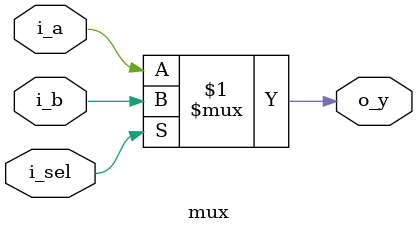
<source format=sv>
module mux(
	i_a,
	i_b,
	i_sel,
	o_y
	);

//port declaration	
input i_a;
input i_b;
input i_sel;
output o_y;

//conditional operator for mux
assign o_y = i_sel ? i_b : i_a;

endmodule

</source>
